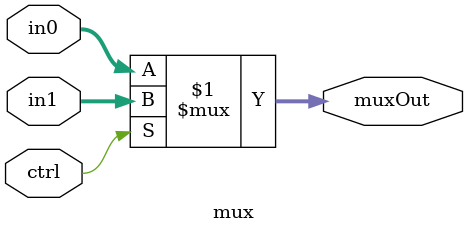
<source format=v>
`timescale 1ns / 1ps


module mux #(parameter width=32)(
input [width-1:0]  in0,
input [width-1:0]  in1,
input   ctrl,
output [width-1:0] muxOut
);


assign muxOut = ctrl ? in1 : in0; 


endmodule

</source>
